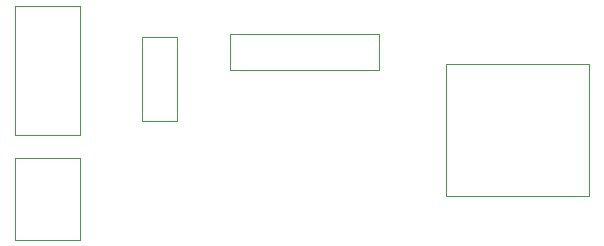
<source format=gbr>
G04 #@! TF.FileFunction,Other,User*
%FSLAX46Y46*%
G04 Gerber Fmt 4.6, Leading zero omitted, Abs format (unit mm)*
G04 Created by KiCad (PCBNEW 4.0.4-stable) date 01/06/17 20:42:19*
%MOMM*%
%LPD*%
G01*
G04 APERTURE LIST*
%ADD10C,0.100000*%
%ADD11C,0.050000*%
G04 APERTURE END LIST*
D10*
D11*
X45464000Y-99732000D02*
X39964000Y-99732000D01*
X39964000Y-99732000D02*
X39964000Y-88832000D01*
X39964000Y-88832000D02*
X45464000Y-88832000D01*
X45464000Y-88832000D02*
X45464000Y-99732000D01*
X45464000Y-108622000D02*
X39964000Y-108622000D01*
X39964000Y-108622000D02*
X39964000Y-101722000D01*
X39964000Y-101722000D02*
X45464000Y-101722000D01*
X45464000Y-101722000D02*
X45464000Y-108622000D01*
X76478000Y-93754000D02*
X76478000Y-104904000D01*
X88628000Y-93754000D02*
X88628000Y-104904000D01*
X76478000Y-93754000D02*
X88628000Y-93754000D01*
X76478000Y-104904000D02*
X88628000Y-104904000D01*
X58186000Y-91210000D02*
X70836000Y-91210000D01*
X58186000Y-94210000D02*
X58186000Y-91210000D01*
X70836000Y-91210000D02*
X70836000Y-94210000D01*
X58186000Y-94210000D02*
X70836000Y-94210000D01*
X50724000Y-91482000D02*
X53724000Y-91482000D01*
X50724000Y-98582000D02*
X53724000Y-98582000D01*
X53724000Y-98582000D02*
X53724000Y-91482000D01*
X50724000Y-98582000D02*
X50724000Y-91482000D01*
M02*

</source>
